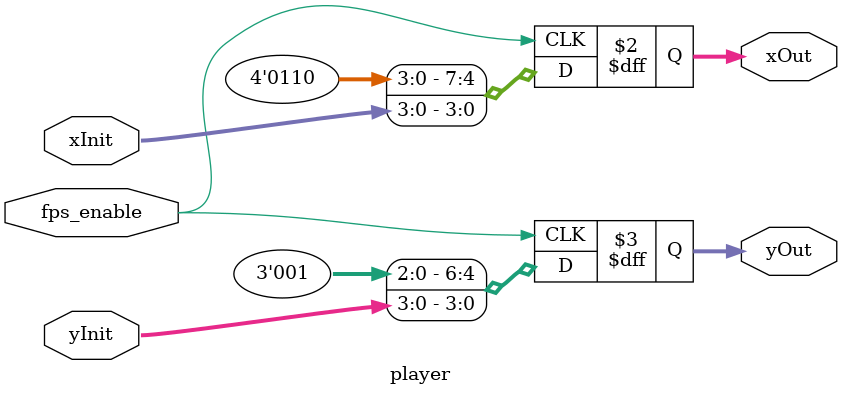
<source format=v>
module player(input fps_enable, input [3:0] xInit, input [3:0] yInit, output reg [7:0] xOut, output reg [6:0] yOut);

//user enter location
always @(posedge fps_enable) begin
xOut <= {3'b110, xInit};
yOut <= {2'b01, yInit};
end

endmodule
</source>
